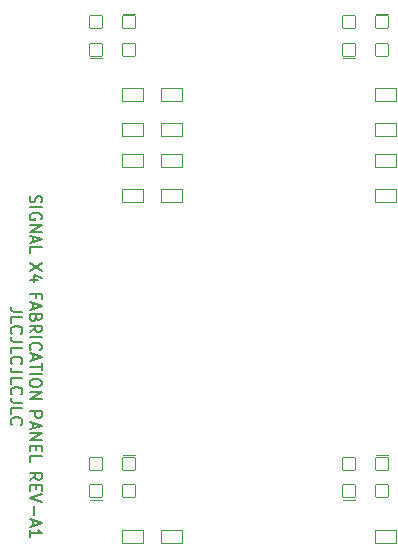
<source format=gto>
G04 #@! TF.GenerationSoftware,KiCad,Pcbnew,(7.0.0-0)*
G04 #@! TF.CreationDate,2025-08-17T10:04:58+12:00*
G04 #@! TF.ProjectId,signal_panelized_X4,7369676e-616c-45f7-9061-6e656c697a65,rev?*
G04 #@! TF.SameCoordinates,Original*
G04 #@! TF.FileFunction,Legend,Top*
G04 #@! TF.FilePolarity,Positive*
%FSLAX46Y46*%
G04 Gerber Fmt 4.6, Leading zero omitted, Abs format (unit mm)*
G04 Created by KiCad (PCBNEW (7.0.0-0)) date 2025-08-17 10:04:58*
%MOMM*%
%LPD*%
G01*
G04 APERTURE LIST*
G04 Aperture macros list*
%AMRoundRect*
0 Rectangle with rounded corners*
0 $1 Rounding radius*
0 $2 $3 $4 $5 $6 $7 $8 $9 X,Y pos of 4 corners*
0 Add a 4 corners polygon primitive as box body*
4,1,4,$2,$3,$4,$5,$6,$7,$8,$9,$2,$3,0*
0 Add four circle primitives for the rounded corners*
1,1,$1+$1,$2,$3*
1,1,$1+$1,$4,$5*
1,1,$1+$1,$6,$7*
1,1,$1+$1,$8,$9*
0 Add four rect primitives between the rounded corners*
20,1,$1+$1,$2,$3,$4,$5,0*
20,1,$1+$1,$4,$5,$6,$7,0*
20,1,$1+$1,$6,$7,$8,$9,0*
20,1,$1+$1,$8,$9,$2,$3,0*%
G04 Aperture macros list end*
%ADD10C,0.200000*%
%ADD11C,0.120000*%
%ADD12RoundRect,0.050000X0.550000X0.550000X-0.550000X0.550000X-0.550000X-0.550000X0.550000X-0.550000X0*%
%ADD13RoundRect,0.050000X0.900000X-0.575000X0.900000X0.575000X-0.900000X0.575000X-0.900000X-0.575000X0*%
%ADD14RoundRect,0.050000X-0.550000X-0.550000X0.550000X-0.550000X0.550000X0.550000X-0.550000X0.550000X0*%
%ADD15C,1.900000*%
%ADD16RoundRect,0.050000X-0.900000X0.575000X-0.900000X-0.575000X0.900000X-0.575000X0.900000X0.575000X0*%
%ADD17C,0.600000*%
%ADD18C,1.252000*%
G04 APERTURE END LIST*
D10*
X143690238Y-79511905D02*
X143642619Y-79654762D01*
X143642619Y-79654762D02*
X143642619Y-79892857D01*
X143642619Y-79892857D02*
X143690238Y-79988095D01*
X143690238Y-79988095D02*
X143737857Y-80035714D01*
X143737857Y-80035714D02*
X143833095Y-80083333D01*
X143833095Y-80083333D02*
X143928333Y-80083333D01*
X143928333Y-80083333D02*
X144023571Y-80035714D01*
X144023571Y-80035714D02*
X144071190Y-79988095D01*
X144071190Y-79988095D02*
X144118809Y-79892857D01*
X144118809Y-79892857D02*
X144166428Y-79702381D01*
X144166428Y-79702381D02*
X144214047Y-79607143D01*
X144214047Y-79607143D02*
X144261666Y-79559524D01*
X144261666Y-79559524D02*
X144356904Y-79511905D01*
X144356904Y-79511905D02*
X144452142Y-79511905D01*
X144452142Y-79511905D02*
X144547380Y-79559524D01*
X144547380Y-79559524D02*
X144595000Y-79607143D01*
X144595000Y-79607143D02*
X144642619Y-79702381D01*
X144642619Y-79702381D02*
X144642619Y-79940476D01*
X144642619Y-79940476D02*
X144595000Y-80083333D01*
X143642619Y-80511905D02*
X144642619Y-80511905D01*
X144595000Y-81511904D02*
X144642619Y-81416666D01*
X144642619Y-81416666D02*
X144642619Y-81273809D01*
X144642619Y-81273809D02*
X144595000Y-81130952D01*
X144595000Y-81130952D02*
X144499761Y-81035714D01*
X144499761Y-81035714D02*
X144404523Y-80988095D01*
X144404523Y-80988095D02*
X144214047Y-80940476D01*
X144214047Y-80940476D02*
X144071190Y-80940476D01*
X144071190Y-80940476D02*
X143880714Y-80988095D01*
X143880714Y-80988095D02*
X143785476Y-81035714D01*
X143785476Y-81035714D02*
X143690238Y-81130952D01*
X143690238Y-81130952D02*
X143642619Y-81273809D01*
X143642619Y-81273809D02*
X143642619Y-81369047D01*
X143642619Y-81369047D02*
X143690238Y-81511904D01*
X143690238Y-81511904D02*
X143737857Y-81559523D01*
X143737857Y-81559523D02*
X144071190Y-81559523D01*
X144071190Y-81559523D02*
X144071190Y-81369047D01*
X143642619Y-81988095D02*
X144642619Y-81988095D01*
X144642619Y-81988095D02*
X143642619Y-82559523D01*
X143642619Y-82559523D02*
X144642619Y-82559523D01*
X143928333Y-82988095D02*
X143928333Y-83464285D01*
X143642619Y-82892857D02*
X144642619Y-83226190D01*
X144642619Y-83226190D02*
X143642619Y-83559523D01*
X143642619Y-84369047D02*
X143642619Y-83892857D01*
X143642619Y-83892857D02*
X144642619Y-83892857D01*
X144642619Y-85207143D02*
X143642619Y-85873809D01*
X144642619Y-85873809D02*
X143642619Y-85207143D01*
X144309285Y-86683333D02*
X143642619Y-86683333D01*
X144690238Y-86445238D02*
X143975952Y-86207143D01*
X143975952Y-86207143D02*
X143975952Y-86826190D01*
X144166428Y-88140476D02*
X144166428Y-87807143D01*
X143642619Y-87807143D02*
X144642619Y-87807143D01*
X144642619Y-87807143D02*
X144642619Y-88283333D01*
X143928333Y-88616667D02*
X143928333Y-89092857D01*
X143642619Y-88521429D02*
X144642619Y-88854762D01*
X144642619Y-88854762D02*
X143642619Y-89188095D01*
X144166428Y-89854762D02*
X144118809Y-89997619D01*
X144118809Y-89997619D02*
X144071190Y-90045238D01*
X144071190Y-90045238D02*
X143975952Y-90092857D01*
X143975952Y-90092857D02*
X143833095Y-90092857D01*
X143833095Y-90092857D02*
X143737857Y-90045238D01*
X143737857Y-90045238D02*
X143690238Y-89997619D01*
X143690238Y-89997619D02*
X143642619Y-89902381D01*
X143642619Y-89902381D02*
X143642619Y-89521429D01*
X143642619Y-89521429D02*
X144642619Y-89521429D01*
X144642619Y-89521429D02*
X144642619Y-89854762D01*
X144642619Y-89854762D02*
X144595000Y-89950000D01*
X144595000Y-89950000D02*
X144547380Y-89997619D01*
X144547380Y-89997619D02*
X144452142Y-90045238D01*
X144452142Y-90045238D02*
X144356904Y-90045238D01*
X144356904Y-90045238D02*
X144261666Y-89997619D01*
X144261666Y-89997619D02*
X144214047Y-89950000D01*
X144214047Y-89950000D02*
X144166428Y-89854762D01*
X144166428Y-89854762D02*
X144166428Y-89521429D01*
X143642619Y-91092857D02*
X144118809Y-90759524D01*
X143642619Y-90521429D02*
X144642619Y-90521429D01*
X144642619Y-90521429D02*
X144642619Y-90902381D01*
X144642619Y-90902381D02*
X144595000Y-90997619D01*
X144595000Y-90997619D02*
X144547380Y-91045238D01*
X144547380Y-91045238D02*
X144452142Y-91092857D01*
X144452142Y-91092857D02*
X144309285Y-91092857D01*
X144309285Y-91092857D02*
X144214047Y-91045238D01*
X144214047Y-91045238D02*
X144166428Y-90997619D01*
X144166428Y-90997619D02*
X144118809Y-90902381D01*
X144118809Y-90902381D02*
X144118809Y-90521429D01*
X143642619Y-91521429D02*
X144642619Y-91521429D01*
X143737857Y-92569047D02*
X143690238Y-92521428D01*
X143690238Y-92521428D02*
X143642619Y-92378571D01*
X143642619Y-92378571D02*
X143642619Y-92283333D01*
X143642619Y-92283333D02*
X143690238Y-92140476D01*
X143690238Y-92140476D02*
X143785476Y-92045238D01*
X143785476Y-92045238D02*
X143880714Y-91997619D01*
X143880714Y-91997619D02*
X144071190Y-91950000D01*
X144071190Y-91950000D02*
X144214047Y-91950000D01*
X144214047Y-91950000D02*
X144404523Y-91997619D01*
X144404523Y-91997619D02*
X144499761Y-92045238D01*
X144499761Y-92045238D02*
X144595000Y-92140476D01*
X144595000Y-92140476D02*
X144642619Y-92283333D01*
X144642619Y-92283333D02*
X144642619Y-92378571D01*
X144642619Y-92378571D02*
X144595000Y-92521428D01*
X144595000Y-92521428D02*
X144547380Y-92569047D01*
X143928333Y-92950000D02*
X143928333Y-93426190D01*
X143642619Y-92854762D02*
X144642619Y-93188095D01*
X144642619Y-93188095D02*
X143642619Y-93521428D01*
X144642619Y-93711905D02*
X144642619Y-94283333D01*
X143642619Y-93997619D02*
X144642619Y-93997619D01*
X143642619Y-94616667D02*
X144642619Y-94616667D01*
X144642619Y-95283333D02*
X144642619Y-95473809D01*
X144642619Y-95473809D02*
X144595000Y-95569047D01*
X144595000Y-95569047D02*
X144499761Y-95664285D01*
X144499761Y-95664285D02*
X144309285Y-95711904D01*
X144309285Y-95711904D02*
X143975952Y-95711904D01*
X143975952Y-95711904D02*
X143785476Y-95664285D01*
X143785476Y-95664285D02*
X143690238Y-95569047D01*
X143690238Y-95569047D02*
X143642619Y-95473809D01*
X143642619Y-95473809D02*
X143642619Y-95283333D01*
X143642619Y-95283333D02*
X143690238Y-95188095D01*
X143690238Y-95188095D02*
X143785476Y-95092857D01*
X143785476Y-95092857D02*
X143975952Y-95045238D01*
X143975952Y-95045238D02*
X144309285Y-95045238D01*
X144309285Y-95045238D02*
X144499761Y-95092857D01*
X144499761Y-95092857D02*
X144595000Y-95188095D01*
X144595000Y-95188095D02*
X144642619Y-95283333D01*
X143642619Y-96140476D02*
X144642619Y-96140476D01*
X144642619Y-96140476D02*
X143642619Y-96711904D01*
X143642619Y-96711904D02*
X144642619Y-96711904D01*
X143642619Y-97788095D02*
X144642619Y-97788095D01*
X144642619Y-97788095D02*
X144642619Y-98169047D01*
X144642619Y-98169047D02*
X144595000Y-98264285D01*
X144595000Y-98264285D02*
X144547380Y-98311904D01*
X144547380Y-98311904D02*
X144452142Y-98359523D01*
X144452142Y-98359523D02*
X144309285Y-98359523D01*
X144309285Y-98359523D02*
X144214047Y-98311904D01*
X144214047Y-98311904D02*
X144166428Y-98264285D01*
X144166428Y-98264285D02*
X144118809Y-98169047D01*
X144118809Y-98169047D02*
X144118809Y-97788095D01*
X143928333Y-98740476D02*
X143928333Y-99216666D01*
X143642619Y-98645238D02*
X144642619Y-98978571D01*
X144642619Y-98978571D02*
X143642619Y-99311904D01*
X143642619Y-99645238D02*
X144642619Y-99645238D01*
X144642619Y-99645238D02*
X143642619Y-100216666D01*
X143642619Y-100216666D02*
X144642619Y-100216666D01*
X144166428Y-100692857D02*
X144166428Y-101026190D01*
X143642619Y-101169047D02*
X143642619Y-100692857D01*
X143642619Y-100692857D02*
X144642619Y-100692857D01*
X144642619Y-100692857D02*
X144642619Y-101169047D01*
X143642619Y-102073809D02*
X143642619Y-101597619D01*
X143642619Y-101597619D02*
X144642619Y-101597619D01*
X143642619Y-103578571D02*
X144118809Y-103245238D01*
X143642619Y-103007143D02*
X144642619Y-103007143D01*
X144642619Y-103007143D02*
X144642619Y-103388095D01*
X144642619Y-103388095D02*
X144595000Y-103483333D01*
X144595000Y-103483333D02*
X144547380Y-103530952D01*
X144547380Y-103530952D02*
X144452142Y-103578571D01*
X144452142Y-103578571D02*
X144309285Y-103578571D01*
X144309285Y-103578571D02*
X144214047Y-103530952D01*
X144214047Y-103530952D02*
X144166428Y-103483333D01*
X144166428Y-103483333D02*
X144118809Y-103388095D01*
X144118809Y-103388095D02*
X144118809Y-103007143D01*
X144166428Y-104007143D02*
X144166428Y-104340476D01*
X143642619Y-104483333D02*
X143642619Y-104007143D01*
X143642619Y-104007143D02*
X144642619Y-104007143D01*
X144642619Y-104007143D02*
X144642619Y-104483333D01*
X144642619Y-104769048D02*
X143642619Y-105102381D01*
X143642619Y-105102381D02*
X144642619Y-105435714D01*
X144023571Y-105769048D02*
X144023571Y-106530953D01*
X143928333Y-106959524D02*
X143928333Y-107435714D01*
X143642619Y-106864286D02*
X144642619Y-107197619D01*
X144642619Y-107197619D02*
X143642619Y-107530952D01*
X143642619Y-108388095D02*
X143642619Y-107816667D01*
X143642619Y-108102381D02*
X144642619Y-108102381D01*
X144642619Y-108102381D02*
X144499761Y-108007143D01*
X144499761Y-108007143D02*
X144404523Y-107911905D01*
X144404523Y-107911905D02*
X144356904Y-107816667D01*
X143022619Y-89330951D02*
X142308333Y-89330951D01*
X142308333Y-89330951D02*
X142165476Y-89283332D01*
X142165476Y-89283332D02*
X142070238Y-89188094D01*
X142070238Y-89188094D02*
X142022619Y-89045237D01*
X142022619Y-89045237D02*
X142022619Y-88949999D01*
X142022619Y-90283332D02*
X142022619Y-89807142D01*
X142022619Y-89807142D02*
X143022619Y-89807142D01*
X142117857Y-91188094D02*
X142070238Y-91140475D01*
X142070238Y-91140475D02*
X142022619Y-90997618D01*
X142022619Y-90997618D02*
X142022619Y-90902380D01*
X142022619Y-90902380D02*
X142070238Y-90759523D01*
X142070238Y-90759523D02*
X142165476Y-90664285D01*
X142165476Y-90664285D02*
X142260714Y-90616666D01*
X142260714Y-90616666D02*
X142451190Y-90569047D01*
X142451190Y-90569047D02*
X142594047Y-90569047D01*
X142594047Y-90569047D02*
X142784523Y-90616666D01*
X142784523Y-90616666D02*
X142879761Y-90664285D01*
X142879761Y-90664285D02*
X142975000Y-90759523D01*
X142975000Y-90759523D02*
X143022619Y-90902380D01*
X143022619Y-90902380D02*
X143022619Y-90997618D01*
X143022619Y-90997618D02*
X142975000Y-91140475D01*
X142975000Y-91140475D02*
X142927380Y-91188094D01*
X143022619Y-91902380D02*
X142308333Y-91902380D01*
X142308333Y-91902380D02*
X142165476Y-91854761D01*
X142165476Y-91854761D02*
X142070238Y-91759523D01*
X142070238Y-91759523D02*
X142022619Y-91616666D01*
X142022619Y-91616666D02*
X142022619Y-91521428D01*
X142022619Y-92854761D02*
X142022619Y-92378571D01*
X142022619Y-92378571D02*
X143022619Y-92378571D01*
X142117857Y-93759523D02*
X142070238Y-93711904D01*
X142070238Y-93711904D02*
X142022619Y-93569047D01*
X142022619Y-93569047D02*
X142022619Y-93473809D01*
X142022619Y-93473809D02*
X142070238Y-93330952D01*
X142070238Y-93330952D02*
X142165476Y-93235714D01*
X142165476Y-93235714D02*
X142260714Y-93188095D01*
X142260714Y-93188095D02*
X142451190Y-93140476D01*
X142451190Y-93140476D02*
X142594047Y-93140476D01*
X142594047Y-93140476D02*
X142784523Y-93188095D01*
X142784523Y-93188095D02*
X142879761Y-93235714D01*
X142879761Y-93235714D02*
X142975000Y-93330952D01*
X142975000Y-93330952D02*
X143022619Y-93473809D01*
X143022619Y-93473809D02*
X143022619Y-93569047D01*
X143022619Y-93569047D02*
X142975000Y-93711904D01*
X142975000Y-93711904D02*
X142927380Y-93759523D01*
X143022619Y-94473809D02*
X142308333Y-94473809D01*
X142308333Y-94473809D02*
X142165476Y-94426190D01*
X142165476Y-94426190D02*
X142070238Y-94330952D01*
X142070238Y-94330952D02*
X142022619Y-94188095D01*
X142022619Y-94188095D02*
X142022619Y-94092857D01*
X142022619Y-95426190D02*
X142022619Y-94950000D01*
X142022619Y-94950000D02*
X143022619Y-94950000D01*
X142117857Y-96330952D02*
X142070238Y-96283333D01*
X142070238Y-96283333D02*
X142022619Y-96140476D01*
X142022619Y-96140476D02*
X142022619Y-96045238D01*
X142022619Y-96045238D02*
X142070238Y-95902381D01*
X142070238Y-95902381D02*
X142165476Y-95807143D01*
X142165476Y-95807143D02*
X142260714Y-95759524D01*
X142260714Y-95759524D02*
X142451190Y-95711905D01*
X142451190Y-95711905D02*
X142594047Y-95711905D01*
X142594047Y-95711905D02*
X142784523Y-95759524D01*
X142784523Y-95759524D02*
X142879761Y-95807143D01*
X142879761Y-95807143D02*
X142975000Y-95902381D01*
X142975000Y-95902381D02*
X143022619Y-96045238D01*
X143022619Y-96045238D02*
X143022619Y-96140476D01*
X143022619Y-96140476D02*
X142975000Y-96283333D01*
X142975000Y-96283333D02*
X142927380Y-96330952D01*
X143022619Y-97045238D02*
X142308333Y-97045238D01*
X142308333Y-97045238D02*
X142165476Y-96997619D01*
X142165476Y-96997619D02*
X142070238Y-96902381D01*
X142070238Y-96902381D02*
X142022619Y-96759524D01*
X142022619Y-96759524D02*
X142022619Y-96664286D01*
X142022619Y-97997619D02*
X142022619Y-97521429D01*
X142022619Y-97521429D02*
X143022619Y-97521429D01*
X142117857Y-98902381D02*
X142070238Y-98854762D01*
X142070238Y-98854762D02*
X142022619Y-98711905D01*
X142022619Y-98711905D02*
X142022619Y-98616667D01*
X142022619Y-98616667D02*
X142070238Y-98473810D01*
X142070238Y-98473810D02*
X142165476Y-98378572D01*
X142165476Y-98378572D02*
X142260714Y-98330953D01*
X142260714Y-98330953D02*
X142451190Y-98283334D01*
X142451190Y-98283334D02*
X142594047Y-98283334D01*
X142594047Y-98283334D02*
X142784523Y-98330953D01*
X142784523Y-98330953D02*
X142879761Y-98378572D01*
X142879761Y-98378572D02*
X142975000Y-98473810D01*
X142975000Y-98473810D02*
X143022619Y-98616667D01*
X143022619Y-98616667D02*
X143022619Y-98711905D01*
X143022619Y-98711905D02*
X142975000Y-98854762D01*
X142975000Y-98854762D02*
X142927380Y-98902381D01*
D11*
X173950000Y-101500000D02*
X172950000Y-101500000D01*
X170150000Y-105300000D02*
X171150000Y-105300000D01*
X152550000Y-101500000D02*
X151550000Y-101500000D01*
X148750000Y-105300000D02*
X149750000Y-105300000D01*
X173950000Y-64100000D02*
X172950000Y-64100000D01*
X170150000Y-67900000D02*
X171150000Y-67900000D01*
X148750000Y-67900000D02*
X149750000Y-67900000D01*
X152550000Y-64100000D02*
X151550000Y-64100000D01*
%LPC*%
D12*
X173450000Y-102250000D03*
X170650000Y-102250000D03*
D13*
X177100000Y-111325000D03*
X177100000Y-108375000D03*
D14*
X170650000Y-104550000D03*
X173450000Y-104550000D03*
D15*
X174120000Y-123850000D03*
X171580000Y-123850000D03*
X176780000Y-102250000D03*
X179320000Y-102250000D03*
D13*
X173800000Y-116925000D03*
X173800000Y-113975000D03*
D15*
X176780000Y-123850000D03*
X179320000Y-123850000D03*
D16*
X177100000Y-113975000D03*
X177100000Y-116925000D03*
X173800000Y-108375000D03*
X173800000Y-111325000D03*
D15*
X155380000Y-123850000D03*
X157920000Y-123850000D03*
D13*
X155700000Y-111325000D03*
X155700000Y-108375000D03*
D15*
X155380000Y-102250000D03*
X157920000Y-102250000D03*
D16*
X152400000Y-108375000D03*
X152400000Y-111325000D03*
D12*
X152050000Y-102250000D03*
X149250000Y-102250000D03*
D14*
X149250000Y-104550000D03*
X152050000Y-104550000D03*
D16*
X155700000Y-113975000D03*
X155700000Y-116925000D03*
D15*
X152720000Y-123850000D03*
X150180000Y-123850000D03*
D13*
X152400000Y-116925000D03*
X152400000Y-113975000D03*
D17*
X141100000Y-61050000D03*
X141850000Y-61050000D03*
X142600000Y-61050000D03*
X143350000Y-61050000D03*
X144100000Y-61050000D03*
X144850000Y-61050000D03*
X145600000Y-61050000D03*
X155550000Y-126850000D03*
X154800000Y-126850002D03*
X154050018Y-126850002D03*
X153300000Y-126850002D03*
X152550000Y-126850002D03*
D18*
X143350000Y-131350000D03*
D17*
X183900000Y-126850000D03*
X184650000Y-126850000D03*
X185400000Y-126850000D03*
X186150000Y-126850000D03*
X186900000Y-126850000D03*
X187650000Y-126850000D03*
X188400000Y-126850000D03*
D18*
X143350000Y-56550000D03*
D17*
X173950000Y-61050000D03*
X174700000Y-61049998D03*
X175449982Y-61049998D03*
X176200000Y-61049998D03*
X176950000Y-61049998D03*
X152550000Y-98450000D03*
X153300000Y-98449998D03*
X154049982Y-98449998D03*
X154800000Y-98449998D03*
X155550000Y-98449998D03*
D18*
X186150000Y-93950000D03*
D17*
X176950000Y-89450000D03*
X176200000Y-89450002D03*
X175450018Y-89450002D03*
X174700000Y-89450002D03*
X173950000Y-89450002D03*
X176950000Y-126850000D03*
X176200000Y-126850002D03*
X175450018Y-126850002D03*
X174700000Y-126850002D03*
X173950000Y-126850002D03*
X173950000Y-98450000D03*
X174700000Y-98449998D03*
X175449982Y-98449998D03*
X176200000Y-98449998D03*
X176950000Y-98449998D03*
X141100000Y-126850000D03*
X141850000Y-126850000D03*
X142600000Y-126850000D03*
X143350000Y-126850000D03*
X144100000Y-126850000D03*
X144850000Y-126850000D03*
X145600000Y-126850000D03*
X152550000Y-61050000D03*
X153300000Y-61049998D03*
X154049982Y-61049998D03*
X154800000Y-61049998D03*
X155550000Y-61049998D03*
X183900000Y-61050000D03*
X184650000Y-61050000D03*
X185400000Y-61050000D03*
X186150000Y-61050000D03*
X186900000Y-61050000D03*
X187650000Y-61050000D03*
X188400000Y-61050000D03*
X155550000Y-89450000D03*
X154800000Y-89450002D03*
X154050018Y-89450002D03*
X153300000Y-89450002D03*
X152550000Y-89450002D03*
D16*
X173800000Y-70975000D03*
X173800000Y-73925000D03*
D12*
X173450000Y-64850000D03*
X170650000Y-64850000D03*
D13*
X177100000Y-73925000D03*
X177100000Y-70975000D03*
D15*
X176780000Y-64850000D03*
X179320000Y-64850000D03*
X176780000Y-86450000D03*
X179320000Y-86450000D03*
D14*
X170650000Y-67150000D03*
X173450000Y-67150000D03*
D15*
X174120000Y-86450000D03*
X171580000Y-86450000D03*
D16*
X177100000Y-76575000D03*
X177100000Y-79525000D03*
D13*
X173800000Y-79525000D03*
X173800000Y-76575000D03*
X152400000Y-79525000D03*
X152400000Y-76575000D03*
D16*
X155700000Y-76575000D03*
X155700000Y-79525000D03*
X152400000Y-70975000D03*
X152400000Y-73925000D03*
D14*
X149250000Y-67150000D03*
X152050000Y-67150000D03*
D15*
X152720000Y-86450000D03*
X150180000Y-86450000D03*
D12*
X152050000Y-64850000D03*
X149250000Y-64850000D03*
D13*
X155700000Y-73925000D03*
X155700000Y-70975000D03*
D15*
X155380000Y-64850000D03*
X157920000Y-64850000D03*
X155380000Y-86450000D03*
X157920000Y-86450000D03*
M02*

</source>
